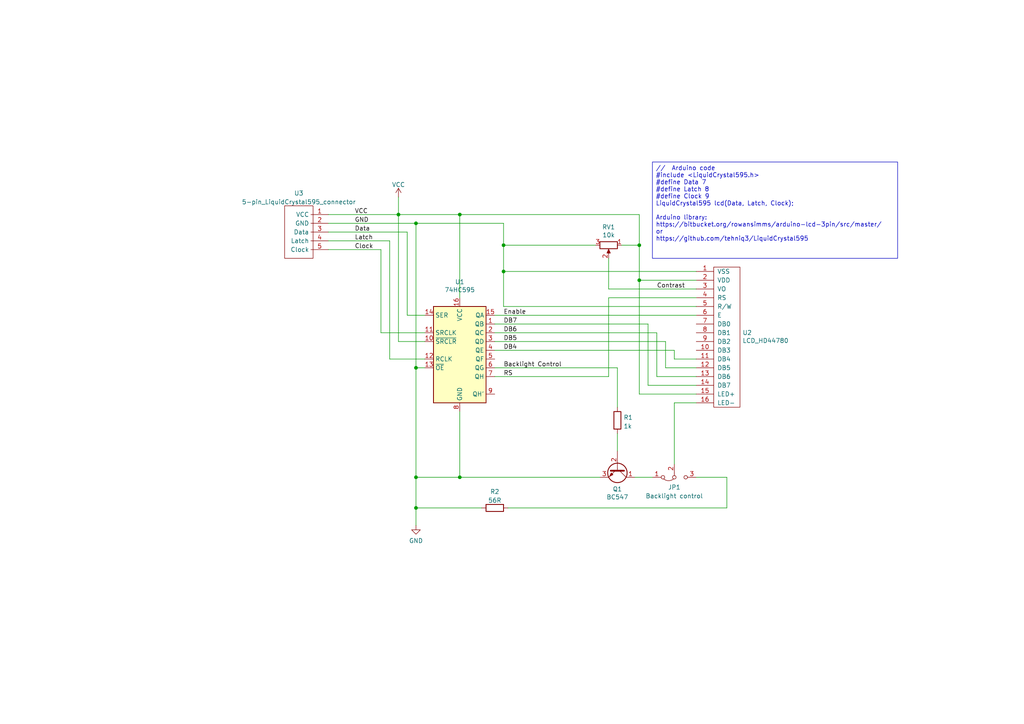
<source format=kicad_sch>
(kicad_sch (version 20231120) (generator "eeschema") (generator_version "8.0")
  (paper "A4")
  (title_block (title "3PinLCDBackPack") (date "2022-09-09") (rev "0.1"))
  (lib_symbols
    (symbol "3PinLCDBackpack-rescue:R_POT-Device" (pin_names (offset 1.016) hide)
      (property "Reference" "RV" (at -4.445 0 90))
      (property "Value" "R_POT-Device" (at -2.54 0 90))
      (symbol "R_POT-Device_0_1"
        (polyline (pts (xy 2.54 0) (xy 1.524 0)))
        (polyline (pts (xy 1.143 0) (xy 2.286 0.508) (xy 2.286 -0.508) (xy 1.143 0)) (fill (type outline)))
        (rectangle (start 1.016 2.54) (end -1.016 -2.54) (stroke (width 0.254)))
      )
      (symbol "R_POT-Device_1_1"
        (pin passive line (at 0 3.81 270) (length 1.27) (name "1") (number "1"))
        (pin passive line (at 3.81 0 180) (length 1.27) (name "2") (number "2"))
        (pin passive line (at 0 -3.81 90) (length 1.27) (name "3") (number "3"))
      )
    )
    (symbol "74xx:74HC595"
      (property "Reference" "U" (at -7.62 13.97 0))
      (property "Value" "74HC595" (at -7.62 -16.51 0))
      (symbol "74HC595_1_0"
        (pin tri_state line (at 10.16 7.62 180) (length 2.54) (name "QB") (number "1"))
        (pin input line (at -10.16 2.54 0) (length 2.54) (name "~{SRCLR}") (number "10"))
        (pin input line (at -10.16 5.08 0) (length 2.54) (name "SRCLK") (number "11"))
        (pin input line (at -10.16 -2.54 0) (length 2.54) (name "RCLK") (number "12"))
        (pin input line (at -10.16 -5.08 0) (length 2.54) (name "~{OE}") (number "13"))
        (pin input line (at -10.16 10.16 0) (length 2.54) (name "SER") (number "14"))
        (pin tri_state line (at 10.16 10.16 180) (length 2.54) (name "QA") (number "15"))
        (pin power_in line (at 0 15.24 270) (length 2.54) (name "VCC") (number "16"))
        (pin tri_state line (at 10.16 5.08 180) (length 2.54) (name "QC") (number "2"))
        (pin tri_state line (at 10.16 2.54 180) (length 2.54) (name "QD") (number "3"))
        (pin tri_state line (at 10.16 0 180) (length 2.54) (name "QE") (number "4"))
        (pin tri_state line (at 10.16 -2.54 180) (length 2.54) (name "QF") (number "5"))
        (pin tri_state line (at 10.16 -5.08 180) (length 2.54) (name "QG") (number "6"))
        (pin tri_state line (at 10.16 -7.62 180) (length 2.54) (name "QH") (number "7"))
        (pin power_in line (at 0 -17.78 90) (length 2.54) (name "GND") (number "8"))
        (pin output line (at 10.16 -12.7 180) (length 2.54) (name "QH'") (number "9"))
      )
      (symbol "74HC595_1_1"
        (rectangle (start -7.62 12.7) (end 7.62 -15.24) (stroke (width 0.254)) (fill (type background)))
      )
    )
    (symbol "Device:R" (pin_numbers hide) (pin_names (offset 0))
      (property "Reference" "R" (at 2.032 0 90))
      (property "Value" "R" (at 0 0 90))
      (symbol "R_0_1"
        (rectangle (start -1.016 -2.54) (end 1.016 2.54) (stroke (width 0.254)))
      )
      (symbol "R_1_1"
        (pin passive line (at 0 3.81 270) (length 1.27) (name "~") (number "1"))
        (pin passive line (at 0 -3.81 90) (length 1.27) (name "~") (number "2"))
      )
    )
    (symbol "Jumper:Jumper_3_Bridged12" (pin_names (offset 0) hide)
      (property "Reference" "JP" (at -2.54 -2.54 0))
      (property "Value" "Jumper_3_Bridged12" (at 0 2.794 0))
      (symbol "Jumper_3_Bridged12_0_0"
        (circle (center -3.302 0) (radius 0.508))
        (circle (center 0 0) (radius 0.508))
        (circle (center 3.302 0) (radius 0.508))
      )
      (symbol "Jumper_3_Bridged12_0_1"
        (arc (start -0.254 0.508) (mid -1.651 0.9912) (end -3.048 0.508))
        (polyline (pts (xy 0 -1.27) (xy 0 -0.508)))
      )
      (symbol "Jumper_3_Bridged12_1_1"
        (pin passive line (at -6.35 0 0) (length 2.54) (name "A") (number "1"))
        (pin passive line (at 0 -3.81 90) (length 2.54) (name "C") (number "2"))
        (pin passive line (at 6.35 0 180) (length 2.54) (name "B") (number "3"))
      )
    )
    (symbol "My_Headers:LCD_HD44780" (pin_names (offset 1.016))
      (property "Reference" "U" (at 6.35 2.54 0))
      (property "Value" "LCD_HD44780" (at 11.43 -40.64 0))
      (symbol "LCD_HD44780_0_1"
        (rectangle (start 5.08 1.27) (end 12.7 -39.37))
      )
      (symbol "LCD_HD44780_1_1"
        (pin input line (at 0 0 0) (length 5.08) (name "VSS") (number "1"))
        (pin input line (at 0 -22.86 0) (length 5.08) (name "DB3") (number "10"))
        (pin input line (at 0 -25.4 0) (length 5.08) (name "DB4") (number "11"))
        (pin input line (at 0 -27.94 0) (length 5.08) (name "DB5") (number "12"))
        (pin input line (at 0 -30.48 0) (length 5.08) (name "DB6") (number "13"))
        (pin input line (at 0 -33.02 0) (length 5.08) (name "DB7") (number "14"))
        (pin input line (at 0 -35.56 0) (length 5.08) (name "LED+") (number "15"))
        (pin input line (at 0 -38.1 0) (length 5.08) (name "LED-") (number "16"))
        (pin input line (at 0 -2.54 0) (length 5.08) (name "VDD") (number "2"))
        (pin input line (at 0 -5.08 0) (length 5.08) (name "VO") (number "3"))
        (pin input line (at 0 -7.62 0) (length 5.08) (name "RS") (number "4"))
        (pin input line (at 0 -10.16 0) (length 5.08) (name "R/W") (number "5"))
        (pin input line (at 0 -12.7 0) (length 5.08) (name "E") (number "6"))
        (pin input line (at 0 -15.24 0) (length 5.08) (name "DB0") (number "7"))
        (pin input line (at 0 -17.78 0) (length 5.08) (name "DB1") (number "8"))
        (pin input line (at 0 -20.32 0) (length 5.08) (name "DB2") (number "9"))
      )
    )
    (symbol "My_Parts:5-pin_LiquidCrystal595_connector"
      (property "Reference" "U" (at 5.715 4.445 0))
      (property "Value" "5-pin_LiquidCrystal595_connector" (at 5.08 -14.605 0))
      (symbol "5-pin_LiquidCrystal595_connector_0_1"
        (polyline (pts (xy 4.445 0) (xy 4.445 2.54) (xy 12.7 2.54) (xy 12.7 -12.7) (xy 5.08 -12.7) (xy 4.445 -12.7) (xy 4.445 0)) (stroke (width 0.1524)))
      )
      (symbol "5-pin_LiquidCrystal595_connector_1_1"
        (pin power_in line (at 0 0 0) (length 5.08) (name "VCC") (number "1"))
        (pin power_in line (at 0 -2.54 0) (length 5.08) (name "GND") (number "2"))
        (pin input line (at 0 -5.08 0) (length 5.08) (name "Data") (number "3"))
        (pin input line (at 0 -7.62 0) (length 5.08) (name "Latch") (number "4"))
        (pin input line (at 0 -10.16 0) (length 5.08) (name "Clock") (number "5"))
      )
    )
    (symbol "Transistor_BJT:BC547" (pin_names (offset 0) hide)
      (property "Reference" "Q" (at 5.08 1.905 0))
      (property "Value" "BC547" (at 5.08 0 0))
      (symbol "BC547_0_1"
        (polyline (pts (xy 0 0) (xy 0.635 0)))
        (polyline (pts (xy 0.635 0.635) (xy 2.54 2.54)))
        (polyline (pts (xy 0.635 -0.635) (xy 2.54 -2.54) (xy 2.54 -2.54)))
        (polyline (pts (xy 0.635 1.905) (xy 0.635 -1.905) (xy 0.635 -1.905)) (stroke (width 0.508)))
        (polyline (pts (xy 1.27 -1.778) (xy 1.778 -1.27) (xy 2.286 -2.286) (xy 1.27 -1.778) (xy 1.27 -1.778)) (fill (type outline)))
        (circle (center 1.27 0) (radius 2.8194) (stroke (width 0.254)))
      )
      (symbol "BC547_1_1"
        (pin passive line (at 2.54 5.08 270) (length 2.54) (name "C") (number "1"))
        (pin input line (at -5.08 0 0) (length 5.08) (name "B") (number "2"))
        (pin passive line (at 2.54 -5.08 90) (length 2.54) (name "E") (number "3"))
      )
    )
    (symbol "power:GND" (power) (pin_names (offset 0))
      (property "Value" "GND" (at 0 -3.81 0))
      (symbol "GND_0_1"
        (polyline (pts (xy 0 0) (xy 0 -1.27) (xy 1.27 -1.27) (xy 0 -2.54) (xy -1.27 -1.27) (xy 0 -1.27)))
      )
      (symbol "GND_1_1"
        (pin power_in line (at 0 0 270) (length 0) hide (name "GND") (number "1"))
      )
    )
    (symbol "power:VCC" (power) (pin_names (offset 0))
      (property "Value" "VCC" (at 0 3.81 0))
      (symbol "VCC_0_1"
        (polyline (pts (xy -0.762 1.27) (xy 0 2.54)))
        (polyline (pts (xy 0 0) (xy 0 2.54)))
        (polyline (pts (xy 0 2.54) (xy 0.762 1.27)))
      )
      (symbol "VCC_1_1"
        (pin power_in line (at 0 0 90) (length 0) hide (name "VCC") (number "1"))
      )
    )
  )
  (junction (at 115.57 62.23))
  (junction (at 146.05 71.12))
  (junction (at 146.05 78.74))
  (junction (at 120.65 106.68))
  (junction (at 185.42 71.12))
  (junction (at 120.65 147.32))
  (junction (at 133.35 62.23))
  (junction (at 185.42 81.28))
  (junction (at 133.35 138.43))
  (junction (at 120.65 64.77))
  (junction (at 120.65 138.43))
  (wire (pts (xy 176.53 86.36) (xy 176.53 109.22)))
  (wire (pts (xy 115.57 57.15) (xy 115.57 62.23)))
  (wire (pts (xy 115.57 99.06) (xy 115.57 62.23)))
  (wire (pts (xy 113.03 104.14) (xy 123.19 104.14)))
  (wire (pts (xy 185.42 71.12) (xy 185.42 81.28)))
  (wire (pts (xy 95.25 62.23) (xy 115.57 62.23)))
  (wire (pts (xy 118.11 67.31) (xy 95.25 67.31)))
  (wire (pts (xy 210.82 147.32) (xy 210.82 138.43)))
  (wire (pts (xy 133.35 138.43) (xy 120.65 138.43)))
  (wire (pts (xy 172.72 71.12) (xy 146.05 71.12)))
  (wire (pts (xy 187.96 93.98) (xy 143.51 93.98)))
  (wire (pts (xy 120.65 106.68) (xy 120.65 138.43)))
  (wire (pts (xy 133.35 62.23) (xy 185.42 62.23)))
  (wire (pts (xy 146.05 71.12) (xy 146.05 64.77)))
  (wire (pts (xy 185.42 114.3) (xy 185.42 81.28)))
  (wire (pts (xy 193.04 99.06) (xy 143.51 99.06)))
  (wire (pts (xy 123.19 96.52) (xy 110.49 96.52)))
  (wire (pts (xy 185.42 81.28) (xy 201.93 81.28)))
  (wire (pts (xy 179.07 106.68) (xy 179.07 118.11)))
  (wire (pts (xy 179.07 125.73) (xy 179.07 130.81)))
  (wire (pts (xy 201.93 109.22) (xy 190.5 109.22)))
  (wire (pts (xy 195.58 104.14) (xy 195.58 101.6)))
  (wire (pts (xy 201.93 111.76) (xy 187.96 111.76)))
  (wire (pts (xy 143.51 91.44) (xy 201.93 91.44)))
  (wire (pts (xy 210.82 138.43) (xy 201.93 138.43)))
  (wire (pts (xy 113.03 69.85) (xy 113.03 104.14)))
  (wire (pts (xy 95.25 64.77) (xy 120.65 64.77)))
  (wire (pts (xy 120.65 64.77) (xy 146.05 64.77)))
  (wire (pts (xy 143.51 106.68) (xy 179.07 106.68)))
  (wire (pts (xy 110.49 72.39) (xy 110.49 96.52)))
  (wire (pts (xy 120.65 138.43) (xy 120.65 147.32)))
  (wire (pts (xy 176.53 83.82) (xy 176.53 74.93)))
  (wire (pts (xy 173.99 138.43) (xy 133.35 138.43)))
  (wire (pts (xy 120.65 106.68) (xy 120.65 64.77)))
  (wire (pts (xy 187.96 111.76) (xy 187.96 93.98)))
  (wire (pts (xy 113.03 69.85) (xy 95.25 69.85)))
  (wire (pts (xy 176.53 83.82) (xy 201.93 83.82)))
  (wire (pts (xy 184.15 138.43) (xy 189.23 138.43)))
  (wire (pts (xy 118.11 67.31) (xy 118.11 91.44)))
  (wire (pts (xy 146.05 88.9) (xy 201.93 88.9)))
  (wire (pts (xy 123.19 99.06) (xy 115.57 99.06)))
  (wire (pts (xy 201.93 114.3) (xy 185.42 114.3)))
  (wire (pts (xy 115.57 62.23) (xy 133.35 62.23)))
  (wire (pts (xy 201.93 86.36) (xy 176.53 86.36)))
  (wire (pts (xy 190.5 109.22) (xy 190.5 96.52)))
  (wire (pts (xy 185.42 71.12) (xy 180.34 71.12)))
  (wire (pts (xy 120.65 147.32) (xy 139.7 147.32)))
  (wire (pts (xy 201.93 104.14) (xy 195.58 104.14)))
  (wire (pts (xy 195.58 116.84) (xy 195.58 134.62)))
  (wire (pts (xy 146.05 78.74) (xy 201.93 78.74)))
  (wire (pts (xy 176.53 109.22) (xy 143.51 109.22)))
  (wire (pts (xy 120.65 147.32) (xy 120.65 152.4)))
  (wire (pts (xy 190.5 96.52) (xy 143.51 96.52)))
  (wire (pts (xy 201.93 106.68) (xy 193.04 106.68)))
  (wire (pts (xy 120.65 106.68) (xy 123.19 106.68)))
  (wire (pts (xy 193.04 106.68) (xy 193.04 99.06)))
  (wire (pts (xy 133.35 86.36) (xy 133.35 62.23)))
  (wire (pts (xy 147.32 147.32) (xy 210.82 147.32)))
  (wire (pts (xy 146.05 88.9) (xy 146.05 78.74)))
  (wire (pts (xy 195.58 116.84) (xy 201.93 116.84)))
  (wire (pts (xy 185.42 62.23) (xy 185.42 71.12)))
  (wire (pts (xy 195.58 101.6) (xy 143.51 101.6)))
  (wire (pts (xy 110.49 72.39) (xy 95.25 72.39)))
  (wire (pts (xy 123.19 91.44) (xy 118.11 91.44)))
  (wire (pts (xy 133.35 119.38) (xy 133.35 138.43)))
  (wire (pts (xy 146.05 78.74) (xy 146.05 71.12)))
  (text_box "//  Arduino code\n#include <LiquidCrystal595.h>\n#define Data 7\n#define Latch 8\n#define Clock 9\nLiquidCrystal595 lcd(Data, Latch, Clock); \n\nArduino library:\nhttps://bitbucket.org/rowansimms/arduino-lcd-3pin/src/master/\nor\nhttps://github.com/tehniq3/LiquidCrystal595\n\n" (at 189.23 46.99 0) (size 71.12 27.94) (effects (font (size 1.27 1.27)) (justify left top)))
  (label "VCC" (at 102.87 62.23 0))
  (label "Enable" (at 146.05 91.44 0))
  (label "DB7" (at 146.05 93.98 0))
  (label "Latch" (at 102.87 69.85 0))
  (label "Backlight Control" (at 146.05 106.68 0))
  (label "GND" (at 102.87 64.77 0))
  (label "DB4" (at 146.05 101.6 0))
  (label "Data" (at 102.87 67.31 0))
  (label "Clock" (at 102.87 72.39 0))
  (label "RS" (at 146.05 109.22 0))
  (label "DB5" (at 146.05 99.06 0))
  (label "Contrast" (at 190.5 83.82 0))
  (label "DB6" (at 146.05 96.52 0))
  (symbol (lib_id "74xx:74HC595") (at 133.35 101.6 0) (unit 1)
    (property "Reference" "U1" (at 133.35 81.7626 0))
    (property "Value" "74HC595" (at 133.35 84.074 0))
    (property "Footprint" "My_Misc:DIP-16_W7.62mm_LongPads w socket" (effects (hide yes)))
    (property "Datasheet" "http://www.ti.com/lit/ds/symlink/sn74hc595.pdf" (effects (hide yes)))
  )
  (symbol (lib_id "My_Headers:LCD_HD44780") (at 201.93 78.74 0) (unit 1)
    (property "Reference" "U2" (at 215.3412 96.4946 0) (effects (justify left)))
    (property "Value" "LCD_HD44780" (at 215.3412 98.806 0) (effects (justify left)))
    (property "Footprint" "My_Parts:LCD_HD44780_16x2_w_headers_no outlinelarge" (effects (hide yes)))
  )
  (symbol (lib_id "Transistor_BJT:BC547") (at 179.07 135.89 270) (unit 1)
    (property "Reference" "Q1" (at 179.07 141.859 90))
    (property "Value" "BC547" (at 179.07 144.1704 90))
    (property "Footprint" "My_Misc:TO-92_Inline_Wide_large" (effects (hide yes)))
    (property "Datasheet" "https://www.onsemi.com/pub/Collateral/BC550-D.pdf" (effects (hide yes)))
  )
  (symbol (lib_id "3PinLCDBackpack-rescue:R_POT-Device") (at 176.53 71.12 270) (unit 1)
    (property "Reference" "RV1" (at 176.53 65.8622 90))
    (property "Value" "10k" (at 176.53 68.1736 90))
    (property "Footprint" "My_Misc:Potentiometer_Bourns_3339P_Vertical_large" (effects (hide yes)))
  )
  (symbol (lib_id "Jumper:Jumper_3_Bridged12") (at 195.58 138.43 0) (mirror x) (unit 1)
    (property "Reference" "JP1" (at 195.58 141.3246 0))
    (property "Value" "Backlight control" (at 195.58 143.8615 0))
    (property "Footprint" "My_Parts:Angled_Jumper_1x03_P2.54mm_large" (effects (hide yes)))
  )
  (symbol (lib_id "Device:R") (at 179.07 121.92 0) (unit 1)
    (property "Reference" "R1" (at 180.848 121.0853 0) (effects (justify left)))
    (property "Value" "1k" (at 180.848 123.6222 0) (effects (justify left)))
    (property "Footprint" "My_Misc:R_Axial_DIN0207_L6.3mm_D2.5mm_P10.16mm_Horizontal_larger_pads" (effects (hide yes)))
  )
  (symbol (lib_id "power:GND") (at 120.65 152.4 0) (unit 1)
    (property "Reference" "#PWR0101" (effects (hide yes)))
    (property "Value" "GND" (at 120.65 156.8434 0))
  )
  (symbol (lib_id "My_Parts:5-pin_LiquidCrystal595_connector") (at 95.25 62.23 0) (mirror y) (unit 1)
    (property "Reference" "U3" (at 86.6775 56.041 0))
    (property "Value" "5-pin_LiquidCrystal595_connector" (at 86.6775 58.5779 0))
    (property "Footprint" "My_Headers:5-pin JST LiquidCrystal595" (effects (hide yes)))
  )
  (symbol (lib_id "power:VCC") (at 115.57 57.15 0) (unit 1)
    (property "Reference" "#PWR0102" (effects (hide yes)))
    (property "Value" "VCC" (at 115.57 53.5742 0))
  )
  (symbol (lib_id "Device:R") (at 143.51 147.32 90) (unit 1)
    (property "Reference" "R2" (at 143.51 142.6042 90))
    (property "Value" "56R" (at 143.51 145.1411 90))
    (property "Footprint" "My_Misc:R_Axial_DIN0207_L6.3mm_D2.5mm_P10.16mm_Horizontal_larger_pads" (effects (hide yes)))
  )
)
</source>
